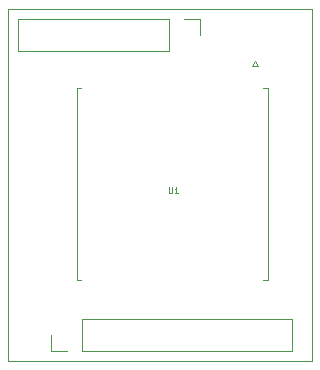
<source format=gbr>
%TF.GenerationSoftware,KiCad,Pcbnew,(5.1.4)-1*%
%TF.CreationDate,2019-10-27T14:05:37-07:00*%
%TF.ProjectId,spriteSAMD,73707269-7465-4534-914d-442e6b696361,rev?*%
%TF.SameCoordinates,Original*%
%TF.FileFunction,Legend,Top*%
%TF.FilePolarity,Positive*%
%FSLAX46Y46*%
G04 Gerber Fmt 4.6, Leading zero omitted, Abs format (unit mm)*
G04 Created by KiCad (PCBNEW (5.1.4)-1) date 2019-10-27 14:05:37*
%MOMM*%
%LPD*%
G04 APERTURE LIST*
%ADD10C,0.100000*%
%ADD11C,0.120000*%
%ADD12C,0.088900*%
G04 APERTURE END LIST*
D10*
X145999200Y-65938400D02*
X170408600Y-65938400D01*
X145999200Y-95707200D02*
X145999200Y-65938400D01*
X171704000Y-95707200D02*
X145999200Y-95707200D01*
X171704000Y-65938400D02*
X171704000Y-95707200D01*
X170408600Y-65938400D02*
X171704000Y-65938400D01*
D11*
X162213600Y-66818200D02*
X162213600Y-68148200D01*
X160883600Y-66818200D02*
X162213600Y-66818200D01*
X159613600Y-66818200D02*
X159613600Y-69478200D01*
X159613600Y-69478200D02*
X146853600Y-69478200D01*
X159613600Y-66818200D02*
X146853600Y-66818200D01*
X146853600Y-66818200D02*
X146853600Y-69478200D01*
X166903400Y-70306600D02*
X166653400Y-70806600D01*
X166653400Y-70806600D02*
X167153400Y-70806600D01*
X167153400Y-70806600D02*
X166903400Y-70306600D01*
X149622200Y-94878200D02*
X149622200Y-93548200D01*
X150952200Y-94878200D02*
X149622200Y-94878200D01*
X152222200Y-94878200D02*
X152222200Y-92218200D01*
X152222200Y-92218200D02*
X170062200Y-92218200D01*
X152222200Y-94878200D02*
X170062200Y-94878200D01*
X170062200Y-94878200D02*
X170062200Y-92218200D01*
X151793000Y-88846600D02*
X152143000Y-88846600D01*
X167993000Y-72646600D02*
X167593000Y-72646600D01*
X167993000Y-88846600D02*
X167993000Y-72646600D01*
X167593000Y-88846600D02*
X167993000Y-88846600D01*
X151793000Y-72646600D02*
X152193000Y-72646600D01*
X151793000Y-88846600D02*
X151793000Y-72646600D01*
D12*
X159582152Y-81027209D02*
X159582152Y-81438447D01*
X159606342Y-81486828D01*
X159630533Y-81511019D01*
X159678914Y-81535209D01*
X159775676Y-81535209D01*
X159824057Y-81511019D01*
X159848247Y-81486828D01*
X159872438Y-81438447D01*
X159872438Y-81027209D01*
X160380438Y-81535209D02*
X160090152Y-81535209D01*
X160235295Y-81535209D02*
X160235295Y-81027209D01*
X160186914Y-81099780D01*
X160138533Y-81148161D01*
X160090152Y-81172352D01*
M02*

</source>
